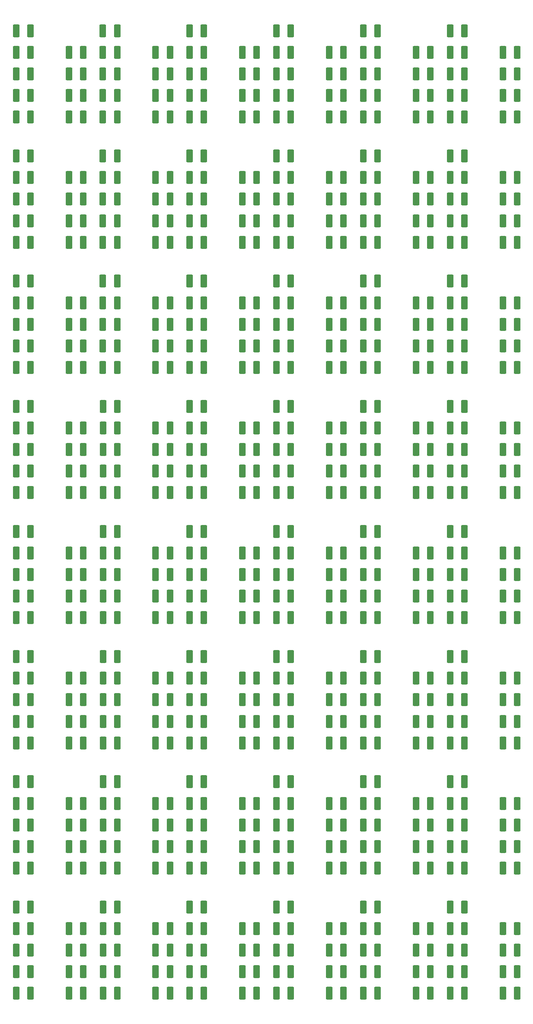
<source format=gbr>
%TF.GenerationSoftware,KiCad,Pcbnew,(7.0.0)*%
%TF.CreationDate,2023-02-27T23:00:04+05:30*%
%TF.ProjectId,9W_SYSKA,39575f53-5953-44b4-912e-6b696361645f,rev?*%
%TF.SameCoordinates,Original*%
%TF.FileFunction,Paste,Top*%
%TF.FilePolarity,Positive*%
%FSLAX46Y46*%
G04 Gerber Fmt 4.6, Leading zero omitted, Abs format (unit mm)*
G04 Created by KiCad (PCBNEW (7.0.0)) date 2023-02-27 23:00:04*
%MOMM*%
%LPD*%
G01*
G04 APERTURE LIST*
G04 Aperture macros list*
%AMRoundRect*
0 Rectangle with rounded corners*
0 $1 Rounding radius*
0 $2 $3 $4 $5 $6 $7 $8 $9 X,Y pos of 4 corners*
0 Add a 4 corners polygon primitive as box body*
4,1,4,$2,$3,$4,$5,$6,$7,$8,$9,$2,$3,0*
0 Add four circle primitives for the rounded corners*
1,1,$1+$1,$2,$3*
1,1,$1+$1,$4,$5*
1,1,$1+$1,$6,$7*
1,1,$1+$1,$8,$9*
0 Add four rect primitives between the rounded corners*
20,1,$1+$1,$2,$3,$4,$5,0*
20,1,$1+$1,$4,$5,$6,$7,0*
20,1,$1+$1,$6,$7,$8,$9,0*
20,1,$1+$1,$8,$9,$2,$3,0*%
G04 Aperture macros list end*
%ADD10RoundRect,0.250001X-0.462499X-1.074999X0.462499X-1.074999X0.462499X1.074999X-0.462499X1.074999X0*%
G04 APERTURE END LIST*
D10*
%TO.C,L9*%
X203515000Y-161000000D03*
X206490000Y-161000000D03*
%TD*%
%TO.C,L7*%
X167315000Y-222200000D03*
X170290000Y-222200000D03*
%TD*%
%TO.C,L8*%
X149215000Y-139400000D03*
X152190000Y-139400000D03*
%TD*%
%TO.C,L6*%
X167315000Y-174500000D03*
X170290000Y-174500000D03*
%TD*%
%TO.C,L3*%
X174415000Y-113300000D03*
X177390000Y-113300000D03*
%TD*%
%TO.C,L3*%
X156315000Y-217700000D03*
X159290000Y-217700000D03*
%TD*%
%TO.C,L8*%
X149215000Y-191600000D03*
X152190000Y-191600000D03*
%TD*%
%TO.C,L5*%
X174412500Y-44000000D03*
X177387500Y-44000000D03*
%TD*%
%TO.C,L8*%
X131112500Y-35000000D03*
X134087500Y-35000000D03*
%TD*%
%TO.C,L8*%
X149215000Y-165500000D03*
X152190000Y-165500000D03*
%TD*%
%TO.C,L5*%
X156315000Y-174500000D03*
X159290000Y-174500000D03*
%TD*%
%TO.C,L5*%
X192515000Y-174500000D03*
X195490000Y-174500000D03*
%TD*%
%TO.C,L6*%
X203515000Y-200600000D03*
X206490000Y-200600000D03*
%TD*%
%TO.C,L5*%
X138215000Y-200600000D03*
X141190000Y-200600000D03*
%TD*%
%TO.C,L4*%
X192512500Y-91700000D03*
X195487500Y-91700000D03*
%TD*%
%TO.C,L1*%
X174412500Y-52100000D03*
X177387500Y-52100000D03*
%TD*%
%TO.C,L7*%
X131112500Y-39500000D03*
X134087500Y-39500000D03*
%TD*%
%TO.C,L7*%
X203512500Y-91700000D03*
X206487500Y-91700000D03*
%TD*%
%TO.C,L8*%
X203512500Y-61100000D03*
X206487500Y-61100000D03*
%TD*%
%TO.C,L6*%
X131112500Y-96200000D03*
X134087500Y-96200000D03*
%TD*%
%TO.C,L9*%
X131112500Y-82700000D03*
X134087500Y-82700000D03*
%TD*%
%TO.C,L2*%
X138215000Y-134900000D03*
X141190000Y-134900000D03*
%TD*%
%TO.C,L9*%
X113012500Y-30500000D03*
X115987500Y-30500000D03*
%TD*%
%TO.C,L2*%
X138215000Y-187100000D03*
X141190000Y-187100000D03*
%TD*%
%TO.C,L7*%
X131115000Y-222200000D03*
X134090000Y-222200000D03*
%TD*%
%TO.C,L9*%
X203512500Y-30500000D03*
X206487500Y-30500000D03*
%TD*%
%TO.C,L8*%
X203515000Y-113300000D03*
X206490000Y-113300000D03*
%TD*%
%TO.C,L9*%
X149215000Y-134900000D03*
X152190000Y-134900000D03*
%TD*%
%TO.C,L1*%
X120112500Y-52100000D03*
X123087500Y-52100000D03*
%TD*%
%TO.C,L3*%
X174412500Y-35000000D03*
X177387500Y-35000000D03*
%TD*%
%TO.C,L2*%
X156315000Y-134900000D03*
X159290000Y-134900000D03*
%TD*%
%TO.C,L8*%
X113015000Y-217700000D03*
X115990000Y-217700000D03*
%TD*%
%TO.C,L2*%
X156312500Y-30500000D03*
X159287500Y-30500000D03*
%TD*%
%TO.C,L6*%
X149215000Y-200600000D03*
X152190000Y-200600000D03*
%TD*%
%TO.C,L9*%
X203515000Y-187100000D03*
X206490000Y-187100000D03*
%TD*%
%TO.C,L2*%
X156312500Y-56600000D03*
X159287500Y-56600000D03*
%TD*%
%TO.C,L9*%
X185415000Y-108800000D03*
X188390000Y-108800000D03*
%TD*%
%TO.C,L4*%
X138215000Y-117800000D03*
X141190000Y-117800000D03*
%TD*%
%TO.C,L4*%
X174415000Y-117800000D03*
X177390000Y-117800000D03*
%TD*%
%TO.C,L6*%
X185415000Y-226700000D03*
X188390000Y-226700000D03*
%TD*%
%TO.C,L9*%
X167312500Y-82700000D03*
X170287500Y-82700000D03*
%TD*%
%TO.C,L8*%
X203515000Y-165500000D03*
X206490000Y-165500000D03*
%TD*%
%TO.C,L9*%
X131115000Y-161000000D03*
X134090000Y-161000000D03*
%TD*%
%TO.C,L4*%
X156312500Y-65600000D03*
X159287500Y-65600000D03*
%TD*%
%TO.C,L6*%
X113015000Y-226700000D03*
X115990000Y-226700000D03*
%TD*%
%TO.C,L6*%
X131115000Y-226700000D03*
X134090000Y-226700000D03*
%TD*%
%TO.C,L6*%
X131115000Y-200600000D03*
X134090000Y-200600000D03*
%TD*%
%TO.C,L6*%
X131115000Y-174500000D03*
X134090000Y-174500000D03*
%TD*%
%TO.C,L2*%
X120112500Y-56600000D03*
X123087500Y-56600000D03*
%TD*%
%TO.C,L7*%
X131112500Y-91700000D03*
X134087500Y-91700000D03*
%TD*%
%TO.C,L9*%
X167315000Y-134900000D03*
X170290000Y-134900000D03*
%TD*%
%TO.C,L7*%
X149212500Y-91700000D03*
X152187500Y-91700000D03*
%TD*%
%TO.C,L5*%
X192515000Y-226700000D03*
X195490000Y-226700000D03*
%TD*%
%TO.C,L6*%
X149215000Y-122300000D03*
X152190000Y-122300000D03*
%TD*%
%TO.C,L2*%
X192515000Y-187100000D03*
X195490000Y-187100000D03*
%TD*%
%TO.C,L6*%
X185412500Y-70100000D03*
X188387500Y-70100000D03*
%TD*%
%TO.C,L2*%
X156315000Y-187100000D03*
X159290000Y-187100000D03*
%TD*%
%TO.C,L5*%
X138215000Y-226700000D03*
X141190000Y-226700000D03*
%TD*%
%TO.C,L7*%
X167312500Y-91700000D03*
X170287500Y-91700000D03*
%TD*%
%TO.C,L2*%
X102012500Y-82700000D03*
X104987500Y-82700000D03*
%TD*%
%TO.C,L5*%
X120112500Y-44000000D03*
X123087500Y-44000000D03*
%TD*%
%TO.C,L3*%
X174415000Y-191600000D03*
X177390000Y-191600000D03*
%TD*%
%TO.C,L3*%
X102015000Y-191600000D03*
X104990000Y-191600000D03*
%TD*%
%TO.C,L9*%
X185415000Y-161000000D03*
X188390000Y-161000000D03*
%TD*%
%TO.C,L4*%
X120115000Y-222200000D03*
X123090000Y-222200000D03*
%TD*%
%TO.C,L3*%
X156312500Y-35000000D03*
X159287500Y-35000000D03*
%TD*%
%TO.C,L1*%
X174412500Y-26000000D03*
X177387500Y-26000000D03*
%TD*%
%TO.C,L7*%
X149215000Y-117800000D03*
X152190000Y-117800000D03*
%TD*%
%TO.C,L3*%
X192512500Y-35000000D03*
X195487500Y-35000000D03*
%TD*%
%TO.C,L2*%
X120115000Y-213200000D03*
X123090000Y-213200000D03*
%TD*%
%TO.C,L2*%
X174415000Y-134900000D03*
X177390000Y-134900000D03*
%TD*%
%TO.C,L6*%
X131115000Y-148400000D03*
X134090000Y-148400000D03*
%TD*%
%TO.C,L3*%
X156315000Y-139400000D03*
X159290000Y-139400000D03*
%TD*%
%TO.C,L6*%
X113012500Y-96200000D03*
X115987500Y-96200000D03*
%TD*%
%TO.C,L4*%
X120112500Y-91700000D03*
X123087500Y-91700000D03*
%TD*%
%TO.C,L4*%
X120115000Y-170000000D03*
X123090000Y-170000000D03*
%TD*%
%TO.C,L2*%
X120115000Y-108800000D03*
X123090000Y-108800000D03*
%TD*%
%TO.C,L8*%
X149215000Y-217700000D03*
X152190000Y-217700000D03*
%TD*%
%TO.C,L4*%
X102012500Y-65600000D03*
X104987500Y-65600000D03*
%TD*%
%TO.C,L6*%
X149212500Y-96200000D03*
X152187500Y-96200000D03*
%TD*%
%TO.C,L8*%
X167315000Y-191600000D03*
X170290000Y-191600000D03*
%TD*%
%TO.C,L4*%
X138215000Y-170000000D03*
X141190000Y-170000000D03*
%TD*%
%TO.C,L8*%
X113015000Y-165500000D03*
X115990000Y-165500000D03*
%TD*%
%TO.C,L7*%
X203515000Y-222200000D03*
X206490000Y-222200000D03*
%TD*%
%TO.C,L5*%
X102012500Y-96200000D03*
X104987500Y-96200000D03*
%TD*%
%TO.C,L8*%
X113012500Y-87200000D03*
X115987500Y-87200000D03*
%TD*%
%TO.C,L9*%
X113015000Y-213200000D03*
X115990000Y-213200000D03*
%TD*%
%TO.C,L9*%
X113015000Y-108800000D03*
X115990000Y-108800000D03*
%TD*%
%TO.C,L5*%
X174412500Y-96200000D03*
X177387500Y-96200000D03*
%TD*%
%TO.C,L1*%
X120115000Y-208700000D03*
X123090000Y-208700000D03*
%TD*%
%TO.C,L4*%
X192515000Y-196100000D03*
X195490000Y-196100000D03*
%TD*%
%TO.C,L3*%
X102015000Y-139400000D03*
X104990000Y-139400000D03*
%TD*%
%TO.C,L1*%
X138212500Y-52100000D03*
X141187500Y-52100000D03*
%TD*%
%TO.C,L7*%
X113012500Y-91700000D03*
X115987500Y-91700000D03*
%TD*%
%TO.C,L3*%
X138215000Y-165500000D03*
X141190000Y-165500000D03*
%TD*%
%TO.C,L1*%
X156312500Y-26000000D03*
X159287500Y-26000000D03*
%TD*%
%TO.C,L6*%
X113015000Y-200600000D03*
X115990000Y-200600000D03*
%TD*%
%TO.C,L6*%
X185415000Y-148400000D03*
X188390000Y-148400000D03*
%TD*%
%TO.C,L2*%
X102015000Y-161000000D03*
X104990000Y-161000000D03*
%TD*%
%TO.C,L3*%
X156312500Y-61100000D03*
X159287500Y-61100000D03*
%TD*%
%TO.C,L1*%
X138215000Y-208700000D03*
X141190000Y-208700000D03*
%TD*%
%TO.C,L8*%
X131115000Y-217700000D03*
X134090000Y-217700000D03*
%TD*%
%TO.C,L8*%
X167312500Y-35000000D03*
X170287500Y-35000000D03*
%TD*%
%TO.C,L4*%
X156315000Y-143900000D03*
X159290000Y-143900000D03*
%TD*%
%TO.C,L1*%
X138212500Y-78200000D03*
X141187500Y-78200000D03*
%TD*%
%TO.C,L3*%
X156315000Y-191600000D03*
X159290000Y-191600000D03*
%TD*%
%TO.C,L9*%
X167315000Y-213200000D03*
X170290000Y-213200000D03*
%TD*%
%TO.C,L9*%
X185415000Y-213200000D03*
X188390000Y-213200000D03*
%TD*%
%TO.C,L8*%
X167315000Y-139400000D03*
X170290000Y-139400000D03*
%TD*%
%TO.C,L9*%
X185412500Y-56600000D03*
X188387500Y-56600000D03*
%TD*%
%TO.C,L7*%
X131112500Y-65600000D03*
X134087500Y-65600000D03*
%TD*%
%TO.C,L5*%
X120112500Y-96200000D03*
X123087500Y-96200000D03*
%TD*%
%TO.C,L3*%
X120112500Y-35000000D03*
X123087500Y-35000000D03*
%TD*%
%TO.C,L2*%
X102012500Y-56600000D03*
X104987500Y-56600000D03*
%TD*%
%TO.C,L8*%
X185412500Y-61100000D03*
X188387500Y-61100000D03*
%TD*%
%TO.C,L4*%
X102015000Y-222200000D03*
X104990000Y-222200000D03*
%TD*%
%TO.C,L1*%
X192515000Y-208700000D03*
X195490000Y-208700000D03*
%TD*%
%TO.C,L7*%
X167315000Y-196100000D03*
X170290000Y-196100000D03*
%TD*%
%TO.C,L2*%
X156315000Y-161000000D03*
X159290000Y-161000000D03*
%TD*%
%TO.C,L1*%
X102015000Y-208700000D03*
X104990000Y-208700000D03*
%TD*%
%TO.C,L3*%
X192512500Y-61100000D03*
X195487500Y-61100000D03*
%TD*%
%TO.C,L1*%
X192515000Y-156500000D03*
X195490000Y-156500000D03*
%TD*%
%TO.C,L6*%
X131112500Y-44000000D03*
X134087500Y-44000000D03*
%TD*%
%TO.C,L2*%
X192515000Y-161000000D03*
X195490000Y-161000000D03*
%TD*%
%TO.C,L8*%
X203512500Y-87200000D03*
X206487500Y-87200000D03*
%TD*%
%TO.C,L1*%
X138215000Y-104300000D03*
X141190000Y-104300000D03*
%TD*%
%TO.C,L6*%
X185412500Y-96200000D03*
X188387500Y-96200000D03*
%TD*%
%TO.C,L8*%
X131115000Y-113300000D03*
X134090000Y-113300000D03*
%TD*%
%TO.C,L4*%
X138215000Y-222200000D03*
X141190000Y-222200000D03*
%TD*%
%TO.C,L5*%
X102015000Y-200600000D03*
X104990000Y-200600000D03*
%TD*%
%TO.C,L9*%
X113015000Y-161000000D03*
X115990000Y-161000000D03*
%TD*%
%TO.C,L5*%
X174415000Y-200600000D03*
X177390000Y-200600000D03*
%TD*%
%TO.C,L2*%
X174415000Y-108800000D03*
X177390000Y-108800000D03*
%TD*%
%TO.C,L4*%
X174415000Y-196100000D03*
X177390000Y-196100000D03*
%TD*%
%TO.C,L7*%
X185415000Y-117800000D03*
X188390000Y-117800000D03*
%TD*%
%TO.C,L5*%
X156315000Y-122300000D03*
X159290000Y-122300000D03*
%TD*%
%TO.C,L3*%
X138215000Y-139400000D03*
X141190000Y-139400000D03*
%TD*%
%TO.C,L2*%
X174415000Y-161000000D03*
X177390000Y-161000000D03*
%TD*%
%TO.C,L1*%
X120115000Y-130400000D03*
X123090000Y-130400000D03*
%TD*%
%TO.C,L3*%
X138215000Y-191600000D03*
X141190000Y-191600000D03*
%TD*%
%TO.C,L9*%
X131115000Y-134900000D03*
X134090000Y-134900000D03*
%TD*%
%TO.C,L7*%
X203515000Y-143900000D03*
X206490000Y-143900000D03*
%TD*%
%TO.C,L3*%
X138212500Y-61100000D03*
X141187500Y-61100000D03*
%TD*%
%TO.C,L5*%
X174415000Y-148400000D03*
X177390000Y-148400000D03*
%TD*%
%TO.C,L3*%
X120115000Y-165500000D03*
X123090000Y-165500000D03*
%TD*%
%TO.C,L1*%
X138212500Y-26000000D03*
X141187500Y-26000000D03*
%TD*%
%TO.C,L8*%
X113012500Y-35000000D03*
X115987500Y-35000000D03*
%TD*%
%TO.C,L1*%
X120112500Y-26000000D03*
X123087500Y-26000000D03*
%TD*%
%TO.C,L5*%
X156315000Y-226700000D03*
X159290000Y-226700000D03*
%TD*%
%TO.C,L1*%
X192515000Y-182600000D03*
X195490000Y-182600000D03*
%TD*%
%TO.C,L7*%
X149215000Y-196100000D03*
X152190000Y-196100000D03*
%TD*%
%TO.C,L8*%
X203515000Y-191600000D03*
X206490000Y-191600000D03*
%TD*%
%TO.C,L6*%
X185415000Y-122300000D03*
X188390000Y-122300000D03*
%TD*%
%TO.C,L8*%
X203512500Y-35000000D03*
X206487500Y-35000000D03*
%TD*%
%TO.C,L9*%
X149212500Y-30500000D03*
X152187500Y-30500000D03*
%TD*%
%TO.C,L6*%
X185415000Y-200600000D03*
X188390000Y-200600000D03*
%TD*%
%TO.C,L6*%
X167315000Y-226700000D03*
X170290000Y-226700000D03*
%TD*%
%TO.C,L7*%
X185412500Y-91700000D03*
X188387500Y-91700000D03*
%TD*%
%TO.C,L7*%
X131115000Y-117800000D03*
X134090000Y-117800000D03*
%TD*%
%TO.C,L7*%
X203512500Y-65600000D03*
X206487500Y-65600000D03*
%TD*%
%TO.C,L9*%
X149212500Y-56600000D03*
X152187500Y-56600000D03*
%TD*%
%TO.C,L6*%
X203515000Y-148400000D03*
X206490000Y-148400000D03*
%TD*%
%TO.C,L1*%
X174412500Y-78200000D03*
X177387500Y-78200000D03*
%TD*%
%TO.C,L8*%
X149212500Y-35000000D03*
X152187500Y-35000000D03*
%TD*%
%TO.C,L5*%
X156315000Y-148400000D03*
X159290000Y-148400000D03*
%TD*%
%TO.C,L4*%
X156312500Y-39500000D03*
X159287500Y-39500000D03*
%TD*%
%TO.C,L2*%
X192515000Y-134900000D03*
X195490000Y-134900000D03*
%TD*%
%TO.C,L7*%
X167315000Y-143900000D03*
X170290000Y-143900000D03*
%TD*%
%TO.C,L1*%
X156312500Y-78200000D03*
X159287500Y-78200000D03*
%TD*%
%TO.C,L7*%
X167315000Y-117800000D03*
X170290000Y-117800000D03*
%TD*%
%TO.C,L2*%
X102015000Y-108800000D03*
X104990000Y-108800000D03*
%TD*%
%TO.C,L5*%
X156315000Y-200600000D03*
X159290000Y-200600000D03*
%TD*%
%TO.C,L6*%
X167312500Y-44000000D03*
X170287500Y-44000000D03*
%TD*%
%TO.C,L9*%
X203515000Y-108800000D03*
X206490000Y-108800000D03*
%TD*%
%TO.C,L6*%
X203515000Y-226700000D03*
X206490000Y-226700000D03*
%TD*%
%TO.C,L6*%
X167312500Y-96200000D03*
X170287500Y-96200000D03*
%TD*%
%TO.C,L2*%
X192512500Y-82700000D03*
X195487500Y-82700000D03*
%TD*%
%TO.C,L9*%
X131115000Y-187100000D03*
X134090000Y-187100000D03*
%TD*%
%TO.C,L2*%
X138215000Y-108800000D03*
X141190000Y-108800000D03*
%TD*%
%TO.C,L5*%
X102015000Y-226700000D03*
X104990000Y-226700000D03*
%TD*%
%TO.C,L5*%
X120115000Y-200600000D03*
X123090000Y-200600000D03*
%TD*%
%TO.C,L4*%
X192515000Y-222200000D03*
X195490000Y-222200000D03*
%TD*%
%TO.C,L6*%
X113012500Y-70100000D03*
X115987500Y-70100000D03*
%TD*%
%TO.C,L1*%
X192512500Y-52100000D03*
X195487500Y-52100000D03*
%TD*%
%TO.C,L8*%
X131115000Y-139400000D03*
X134090000Y-139400000D03*
%TD*%
%TO.C,L9*%
X131112500Y-56600000D03*
X134087500Y-56600000D03*
%TD*%
%TO.C,L7*%
X185415000Y-196100000D03*
X188390000Y-196100000D03*
%TD*%
%TO.C,L7*%
X149215000Y-143900000D03*
X152190000Y-143900000D03*
%TD*%
%TO.C,L5*%
X174412500Y-70100000D03*
X177387500Y-70100000D03*
%TD*%
%TO.C,L8*%
X185415000Y-191600000D03*
X188390000Y-191600000D03*
%TD*%
%TO.C,L1*%
X156315000Y-130400000D03*
X159290000Y-130400000D03*
%TD*%
%TO.C,L5*%
X102015000Y-174500000D03*
X104990000Y-174500000D03*
%TD*%
%TO.C,L1*%
X120115000Y-156500000D03*
X123090000Y-156500000D03*
%TD*%
%TO.C,L7*%
X203512500Y-39500000D03*
X206487500Y-39500000D03*
%TD*%
%TO.C,L4*%
X102015000Y-196100000D03*
X104990000Y-196100000D03*
%TD*%
%TO.C,L4*%
X138212500Y-91700000D03*
X141187500Y-91700000D03*
%TD*%
%TO.C,L5*%
X192515000Y-148400000D03*
X195490000Y-148400000D03*
%TD*%
%TO.C,L3*%
X174415000Y-217700000D03*
X177390000Y-217700000D03*
%TD*%
%TO.C,L7*%
X185412500Y-65600000D03*
X188387500Y-65600000D03*
%TD*%
%TO.C,L3*%
X120115000Y-191600000D03*
X123090000Y-191600000D03*
%TD*%
%TO.C,L5*%
X192515000Y-122300000D03*
X195490000Y-122300000D03*
%TD*%
%TO.C,L6*%
X203515000Y-122300000D03*
X206490000Y-122300000D03*
%TD*%
%TO.C,L8*%
X167315000Y-217700000D03*
X170290000Y-217700000D03*
%TD*%
%TO.C,L8*%
X113012500Y-61100000D03*
X115987500Y-61100000D03*
%TD*%
%TO.C,L5*%
X156312500Y-70100000D03*
X159287500Y-70100000D03*
%TD*%
%TO.C,L2*%
X174415000Y-187100000D03*
X177390000Y-187100000D03*
%TD*%
%TO.C,L4*%
X138212500Y-65600000D03*
X141187500Y-65600000D03*
%TD*%
%TO.C,L7*%
X113012500Y-65600000D03*
X115987500Y-65600000D03*
%TD*%
%TO.C,L7*%
X131115000Y-143900000D03*
X134090000Y-143900000D03*
%TD*%
%TO.C,L2*%
X120115000Y-161000000D03*
X123090000Y-161000000D03*
%TD*%
%TO.C,L8*%
X185412500Y-35000000D03*
X188387500Y-35000000D03*
%TD*%
%TO.C,L8*%
X185415000Y-217700000D03*
X188390000Y-217700000D03*
%TD*%
%TO.C,L1*%
X174415000Y-130400000D03*
X177390000Y-130400000D03*
%TD*%
%TO.C,L6*%
X185412500Y-44000000D03*
X188387500Y-44000000D03*
%TD*%
%TO.C,L3*%
X192515000Y-191600000D03*
X195490000Y-191600000D03*
%TD*%
%TO.C,L5*%
X120112500Y-70100000D03*
X123087500Y-70100000D03*
%TD*%
%TO.C,L6*%
X167315000Y-148400000D03*
X170290000Y-148400000D03*
%TD*%
%TO.C,L1*%
X192515000Y-130400000D03*
X195490000Y-130400000D03*
%TD*%
%TO.C,L1*%
X174415000Y-208700000D03*
X177390000Y-208700000D03*
%TD*%
%TO.C,L6*%
X167315000Y-122300000D03*
X170290000Y-122300000D03*
%TD*%
%TO.C,L3*%
X192515000Y-217700000D03*
X195490000Y-217700000D03*
%TD*%
%TO.C,L2*%
X192515000Y-108800000D03*
X195490000Y-108800000D03*
%TD*%
%TO.C,L8*%
X113015000Y-139400000D03*
X115990000Y-139400000D03*
%TD*%
%TO.C,L5*%
X174415000Y-122300000D03*
X177390000Y-122300000D03*
%TD*%
%TO.C,L3*%
X138215000Y-113300000D03*
X141190000Y-113300000D03*
%TD*%
%TO.C,L4*%
X102015000Y-143900000D03*
X104990000Y-143900000D03*
%TD*%
%TO.C,L1*%
X138215000Y-156500000D03*
X141190000Y-156500000D03*
%TD*%
%TO.C,L7*%
X203515000Y-117800000D03*
X206490000Y-117800000D03*
%TD*%
%TO.C,L7*%
X185415000Y-170000000D03*
X188390000Y-170000000D03*
%TD*%
%TO.C,L2*%
X120112500Y-30500000D03*
X123087500Y-30500000D03*
%TD*%
%TO.C,L8*%
X167312500Y-61100000D03*
X170287500Y-61100000D03*
%TD*%
%TO.C,L7*%
X149212500Y-65600000D03*
X152187500Y-65600000D03*
%TD*%
%TO.C,L2*%
X174415000Y-213200000D03*
X177390000Y-213200000D03*
%TD*%
%TO.C,L4*%
X174412500Y-39500000D03*
X177387500Y-39500000D03*
%TD*%
%TO.C,L9*%
X167315000Y-187100000D03*
X170290000Y-187100000D03*
%TD*%
%TO.C,L3*%
X174415000Y-139400000D03*
X177390000Y-139400000D03*
%TD*%
%TO.C,L3*%
X138212500Y-35000000D03*
X141187500Y-35000000D03*
%TD*%
%TO.C,L8*%
X203515000Y-217700000D03*
X206490000Y-217700000D03*
%TD*%
%TO.C,L5*%
X192512500Y-70100000D03*
X195487500Y-70100000D03*
%TD*%
%TO.C,L9*%
X131115000Y-213200000D03*
X134090000Y-213200000D03*
%TD*%
%TO.C,L9*%
X131112500Y-30500000D03*
X134087500Y-30500000D03*
%TD*%
%TO.C,L9*%
X185412500Y-82700000D03*
X188387500Y-82700000D03*
%TD*%
%TO.C,L2*%
X138212500Y-56600000D03*
X141187500Y-56600000D03*
%TD*%
%TO.C,L2*%
X102015000Y-134900000D03*
X104990000Y-134900000D03*
%TD*%
%TO.C,L7*%
X167315000Y-170000000D03*
X170290000Y-170000000D03*
%TD*%
%TO.C,L5*%
X138212500Y-70100000D03*
X141187500Y-70100000D03*
%TD*%
%TO.C,L3*%
X138215000Y-217700000D03*
X141190000Y-217700000D03*
%TD*%
%TO.C,L4*%
X156315000Y-117800000D03*
X159290000Y-117800000D03*
%TD*%
%TO.C,L6*%
X149215000Y-148400000D03*
X152190000Y-148400000D03*
%TD*%
%TO.C,L3*%
X156315000Y-165500000D03*
X159290000Y-165500000D03*
%TD*%
%TO.C,L2*%
X138215000Y-161000000D03*
X141190000Y-161000000D03*
%TD*%
%TO.C,L6*%
X131112500Y-70100000D03*
X134087500Y-70100000D03*
%TD*%
%TO.C,L6*%
X167312500Y-70100000D03*
X170287500Y-70100000D03*
%TD*%
%TO.C,L4*%
X174415000Y-222200000D03*
X177390000Y-222200000D03*
%TD*%
%TO.C,L9*%
X131115000Y-108800000D03*
X134090000Y-108800000D03*
%TD*%
%TO.C,L1*%
X102012500Y-78200000D03*
X104987500Y-78200000D03*
%TD*%
%TO.C,L4*%
X120112500Y-65600000D03*
X123087500Y-65600000D03*
%TD*%
%TO.C,L6*%
X203512500Y-44000000D03*
X206487500Y-44000000D03*
%TD*%
%TO.C,L3*%
X174412500Y-61100000D03*
X177387500Y-61100000D03*
%TD*%
%TO.C,L5*%
X102012500Y-44000000D03*
X104987500Y-44000000D03*
%TD*%
%TO.C,L4*%
X174412500Y-91700000D03*
X177387500Y-91700000D03*
%TD*%
%TO.C,L4*%
X102015000Y-170000000D03*
X104990000Y-170000000D03*
%TD*%
%TO.C,L4*%
X192512500Y-65600000D03*
X195487500Y-65600000D03*
%TD*%
%TO.C,L4*%
X192512500Y-39500000D03*
X195487500Y-39500000D03*
%TD*%
%TO.C,L4*%
X102012500Y-39500000D03*
X104987500Y-39500000D03*
%TD*%
%TO.C,L1*%
X120115000Y-104300000D03*
X123090000Y-104300000D03*
%TD*%
%TO.C,L5*%
X156312500Y-44000000D03*
X159287500Y-44000000D03*
%TD*%
%TO.C,L4*%
X156315000Y-196100000D03*
X159290000Y-196100000D03*
%TD*%
%TO.C,L2*%
X174412500Y-30500000D03*
X177387500Y-30500000D03*
%TD*%
%TO.C,L5*%
X138215000Y-148400000D03*
X141190000Y-148400000D03*
%TD*%
%TO.C,L5*%
X120115000Y-226700000D03*
X123090000Y-226700000D03*
%TD*%
%TO.C,L6*%
X203515000Y-174500000D03*
X206490000Y-174500000D03*
%TD*%
%TO.C,L8*%
X185415000Y-139400000D03*
X188390000Y-139400000D03*
%TD*%
%TO.C,L4*%
X174415000Y-143900000D03*
X177390000Y-143900000D03*
%TD*%
%TO.C,L1*%
X192512500Y-78200000D03*
X195487500Y-78200000D03*
%TD*%
%TO.C,L7*%
X149215000Y-222200000D03*
X152190000Y-222200000D03*
%TD*%
%TO.C,L3*%
X102015000Y-217700000D03*
X104990000Y-217700000D03*
%TD*%
%TO.C,L6*%
X203512500Y-70100000D03*
X206487500Y-70100000D03*
%TD*%
%TO.C,L3*%
X192515000Y-113300000D03*
X195490000Y-113300000D03*
%TD*%
%TO.C,L5*%
X120115000Y-174500000D03*
X123090000Y-174500000D03*
%TD*%
%TO.C,L1*%
X138215000Y-182600000D03*
X141190000Y-182600000D03*
%TD*%
%TO.C,L9*%
X113012500Y-56600000D03*
X115987500Y-56600000D03*
%TD*%
%TO.C,L4*%
X156315000Y-170000000D03*
X159290000Y-170000000D03*
%TD*%
%TO.C,L1*%
X156315000Y-208700000D03*
X159290000Y-208700000D03*
%TD*%
%TO.C,L2*%
X138212500Y-82700000D03*
X141187500Y-82700000D03*
%TD*%
%TO.C,L4*%
X120115000Y-196100000D03*
X123090000Y-196100000D03*
%TD*%
%TO.C,L6*%
X131115000Y-122300000D03*
X134090000Y-122300000D03*
%TD*%
%TO.C,L1*%
X174415000Y-156500000D03*
X177390000Y-156500000D03*
%TD*%
%TO.C,L4*%
X174412500Y-65600000D03*
X177387500Y-65600000D03*
%TD*%
%TO.C,L7*%
X149212500Y-39500000D03*
X152187500Y-39500000D03*
%TD*%
%TO.C,L3*%
X102012500Y-87200000D03*
X104987500Y-87200000D03*
%TD*%
%TO.C,L8*%
X203515000Y-139400000D03*
X206490000Y-139400000D03*
%TD*%
%TO.C,L3*%
X120115000Y-113300000D03*
X123090000Y-113300000D03*
%TD*%
%TO.C,L4*%
X102012500Y-91700000D03*
X104987500Y-91700000D03*
%TD*%
%TO.C,L4*%
X120115000Y-143900000D03*
X123090000Y-143900000D03*
%TD*%
%TO.C,L3*%
X102015000Y-113300000D03*
X104990000Y-113300000D03*
%TD*%
%TO.C,L2*%
X102015000Y-213200000D03*
X104990000Y-213200000D03*
%TD*%
%TO.C,L2*%
X174412500Y-56600000D03*
X177387500Y-56600000D03*
%TD*%
%TO.C,L8*%
X167315000Y-113300000D03*
X170290000Y-113300000D03*
%TD*%
%TO.C,L7*%
X149215000Y-170000000D03*
X152190000Y-170000000D03*
%TD*%
%TO.C,L1*%
X156312500Y-52100000D03*
X159287500Y-52100000D03*
%TD*%
%TO.C,L3*%
X120115000Y-217700000D03*
X123090000Y-217700000D03*
%TD*%
%TO.C,L1*%
X102012500Y-26000000D03*
X104987500Y-26000000D03*
%TD*%
%TO.C,L4*%
X138215000Y-143900000D03*
X141190000Y-143900000D03*
%TD*%
%TO.C,L7*%
X113012500Y-39500000D03*
X115987500Y-39500000D03*
%TD*%
%TO.C,L7*%
X113015000Y-117800000D03*
X115990000Y-117800000D03*
%TD*%
%TO.C,L9*%
X149212500Y-82700000D03*
X152187500Y-82700000D03*
%TD*%
%TO.C,L5*%
X192515000Y-200600000D03*
X195490000Y-200600000D03*
%TD*%
%TO.C,L8*%
X149215000Y-113300000D03*
X152190000Y-113300000D03*
%TD*%
%TO.C,L3*%
X120112500Y-87200000D03*
X123087500Y-87200000D03*
%TD*%
%TO.C,L7*%
X203515000Y-196100000D03*
X206490000Y-196100000D03*
%TD*%
%TO.C,L3*%
X120112500Y-61100000D03*
X123087500Y-61100000D03*
%TD*%
%TO.C,L9*%
X113015000Y-134900000D03*
X115990000Y-134900000D03*
%TD*%
%TO.C,L7*%
X131115000Y-170000000D03*
X134090000Y-170000000D03*
%TD*%
%TO.C,L6*%
X113015000Y-174500000D03*
X115990000Y-174500000D03*
%TD*%
%TO.C,L5*%
X138212500Y-44000000D03*
X141187500Y-44000000D03*
%TD*%
%TO.C,L1*%
X102015000Y-104300000D03*
X104990000Y-104300000D03*
%TD*%
%TO.C,L6*%
X185415000Y-174500000D03*
X188390000Y-174500000D03*
%TD*%
%TO.C,L3*%
X156315000Y-113300000D03*
X159290000Y-113300000D03*
%TD*%
%TO.C,L4*%
X192515000Y-117800000D03*
X195490000Y-117800000D03*
%TD*%
%TO.C,L3*%
X192515000Y-165500000D03*
X195490000Y-165500000D03*
%TD*%
%TO.C,L6*%
X149212500Y-44000000D03*
X152187500Y-44000000D03*
%TD*%
%TO.C,L3*%
X192515000Y-139400000D03*
X195490000Y-139400000D03*
%TD*%
%TO.C,L9*%
X167312500Y-56600000D03*
X170287500Y-56600000D03*
%TD*%
%TO.C,L2*%
X192512500Y-56600000D03*
X195487500Y-56600000D03*
%TD*%
%TO.C,L2*%
X156315000Y-108800000D03*
X159290000Y-108800000D03*
%TD*%
%TO.C,L8*%
X167315000Y-165500000D03*
X170290000Y-165500000D03*
%TD*%
%TO.C,L8*%
X113015000Y-191600000D03*
X115990000Y-191600000D03*
%TD*%
%TO.C,L9*%
X167312500Y-30500000D03*
X170287500Y-30500000D03*
%TD*%
%TO.C,L5*%
X192512500Y-96200000D03*
X195487500Y-96200000D03*
%TD*%
%TO.C,L8*%
X131112500Y-61100000D03*
X134087500Y-61100000D03*
%TD*%
%TO.C,L9*%
X113015000Y-187100000D03*
X115990000Y-187100000D03*
%TD*%
%TO.C,L1*%
X102015000Y-156500000D03*
X104990000Y-156500000D03*
%TD*%
%TO.C,L1*%
X120112500Y-78200000D03*
X123087500Y-78200000D03*
%TD*%
%TO.C,L9*%
X149215000Y-108800000D03*
X152190000Y-108800000D03*
%TD*%
%TO.C,L4*%
X102015000Y-117800000D03*
X104990000Y-117800000D03*
%TD*%
%TO.C,L7*%
X113015000Y-143900000D03*
X115990000Y-143900000D03*
%TD*%
%TO.C,L8*%
X131115000Y-165500000D03*
X134090000Y-165500000D03*
%TD*%
%TO.C,L4*%
X120112500Y-39500000D03*
X123087500Y-39500000D03*
%TD*%
%TO.C,L9*%
X203515000Y-213200000D03*
X206490000Y-213200000D03*
%TD*%
%TO.C,L1*%
X174415000Y-182600000D03*
X177390000Y-182600000D03*
%TD*%
%TO.C,L4*%
X192515000Y-143900000D03*
X195490000Y-143900000D03*
%TD*%
%TO.C,L2*%
X156315000Y-213200000D03*
X159290000Y-213200000D03*
%TD*%
%TO.C,L1*%
X192512500Y-26000000D03*
X195487500Y-26000000D03*
%TD*%
%TO.C,L6*%
X113015000Y-148400000D03*
X115990000Y-148400000D03*
%TD*%
%TO.C,L4*%
X174415000Y-170000000D03*
X177390000Y-170000000D03*
%TD*%
%TO.C,L5*%
X174415000Y-226700000D03*
X177390000Y-226700000D03*
%TD*%
%TO.C,L3*%
X174415000Y-165500000D03*
X177390000Y-165500000D03*
%TD*%
%TO.C,L9*%
X203512500Y-82700000D03*
X206487500Y-82700000D03*
%TD*%
%TO.C,L4*%
X138215000Y-196100000D03*
X141190000Y-196100000D03*
%TD*%
%TO.C,L8*%
X185415000Y-165500000D03*
X188390000Y-165500000D03*
%TD*%
%TO.C,L9*%
X185412500Y-30500000D03*
X188387500Y-30500000D03*
%TD*%
%TO.C,L8*%
X185415000Y-113300000D03*
X188390000Y-113300000D03*
%TD*%
%TO.C,L1*%
X156315000Y-156500000D03*
X159290000Y-156500000D03*
%TD*%
%TO.C,L7*%
X131115000Y-196100000D03*
X134090000Y-196100000D03*
%TD*%
%TO.C,L4*%
X138212500Y-39500000D03*
X141187500Y-39500000D03*
%TD*%
%TO.C,L4*%
X156315000Y-222200000D03*
X159290000Y-222200000D03*
%TD*%
%TO.C,L1*%
X156315000Y-104300000D03*
X159290000Y-104300000D03*
%TD*%
%TO.C,L8*%
X131115000Y-191600000D03*
X134090000Y-191600000D03*
%TD*%
%TO.C,L1*%
X138215000Y-130400000D03*
X141190000Y-130400000D03*
%TD*%
%TO.C,L1*%
X102015000Y-182600000D03*
X104990000Y-182600000D03*
%TD*%
%TO.C,L3*%
X192512500Y-87200000D03*
X195487500Y-87200000D03*
%TD*%
%TO.C,L5*%
X138215000Y-122300000D03*
X141190000Y-122300000D03*
%TD*%
%TO.C,L2*%
X120112500Y-82700000D03*
X123087500Y-82700000D03*
%TD*%
%TO.C,L1*%
X102015000Y-130400000D03*
X104990000Y-130400000D03*
%TD*%
%TO.C,L5*%
X102015000Y-122300000D03*
X104990000Y-122300000D03*
%TD*%
%TO.C,L7*%
X185415000Y-143900000D03*
X188390000Y-143900000D03*
%TD*%
%TO.C,L6*%
X203512500Y-96200000D03*
X206487500Y-96200000D03*
%TD*%
%TO.C,L9*%
X203512500Y-56600000D03*
X206487500Y-56600000D03*
%TD*%
%TO.C,L6*%
X149215000Y-226700000D03*
X152190000Y-226700000D03*
%TD*%
%TO.C,L3*%
X102015000Y-165500000D03*
X104990000Y-165500000D03*
%TD*%
%TO.C,L7*%
X113015000Y-170000000D03*
X115990000Y-170000000D03*
%TD*%
%TO.C,L3*%
X156312500Y-87200000D03*
X159287500Y-87200000D03*
%TD*%
%TO.C,L9*%
X167315000Y-108800000D03*
X170290000Y-108800000D03*
%TD*%
%TO.C,L6*%
X113015000Y-122300000D03*
X115990000Y-122300000D03*
%TD*%
%TO.C,L2*%
X102012500Y-30500000D03*
X104987500Y-30500000D03*
%TD*%
%TO.C,L7*%
X185412500Y-39500000D03*
X188387500Y-39500000D03*
%TD*%
%TO.C,L5*%
X156312500Y-96200000D03*
X159287500Y-96200000D03*
%TD*%
%TO.C,L4*%
X120115000Y-117800000D03*
X123090000Y-117800000D03*
%TD*%
%TO.C,L3*%
X102012500Y-61100000D03*
X104987500Y-61100000D03*
%TD*%
%TO.C,L9*%
X167315000Y-161000000D03*
X170290000Y-161000000D03*
%TD*%
%TO.C,L8*%
X131112500Y-87200000D03*
X134087500Y-87200000D03*
%TD*%
%TO.C,L8*%
X149212500Y-61100000D03*
X152187500Y-61100000D03*
%TD*%
%TO.C,L8*%
X185412500Y-87200000D03*
X188387500Y-87200000D03*
%TD*%
%TO.C,L9*%
X185415000Y-134900000D03*
X188390000Y-134900000D03*
%TD*%
%TO.C,L6*%
X113012500Y-44000000D03*
X115987500Y-44000000D03*
%TD*%
%TO.C,L8*%
X113015000Y-113300000D03*
X115990000Y-113300000D03*
%TD*%
%TO.C,L1*%
X174415000Y-104300000D03*
X177390000Y-104300000D03*
%TD*%
%TO.C,L5*%
X102012500Y-70100000D03*
X104987500Y-70100000D03*
%TD*%
%TO.C,L9*%
X149215000Y-161000000D03*
X152190000Y-161000000D03*
%TD*%
%TO.C,L9*%
X185415000Y-187100000D03*
X188390000Y-187100000D03*
%TD*%
%TO.C,L7*%
X203515000Y-170000000D03*
X206490000Y-170000000D03*
%TD*%
%TO.C,L7*%
X113015000Y-222200000D03*
X115990000Y-222200000D03*
%TD*%
%TO.C,L4*%
X156312500Y-91700000D03*
X159287500Y-91700000D03*
%TD*%
%TO.C,L5*%
X192512500Y-44000000D03*
X195487500Y-44000000D03*
%TD*%
%TO.C,L9*%
X149215000Y-187100000D03*
X152190000Y-187100000D03*
%TD*%
%TO.C,L6*%
X167315000Y-200600000D03*
X170290000Y-200600000D03*
%TD*%
%TO.C,L3*%
X138212500Y-87200000D03*
X141187500Y-87200000D03*
%TD*%
%TO.C,L2*%
X138215000Y-213200000D03*
X141190000Y-213200000D03*
%TD*%
%TO.C,L4*%
X192515000Y-170000000D03*
X195490000Y-170000000D03*
%TD*%
%TO.C,L1*%
X192515000Y-104300000D03*
X195490000Y-104300000D03*
%TD*%
%TO.C,L8*%
X149212500Y-87200000D03*
X152187500Y-87200000D03*
%TD*%
%TO.C,L7*%
X167312500Y-39500000D03*
X170287500Y-39500000D03*
%TD*%
%TO.C,L2*%
X120115000Y-134900000D03*
X123090000Y-134900000D03*
%TD*%
%TO.C,L9*%
X149215000Y-213200000D03*
X152190000Y-213200000D03*
%TD*%
%TO.C,L7*%
X113015000Y-196100000D03*
X115990000Y-196100000D03*
%TD*%
%TO.C,L1*%
X120115000Y-182600000D03*
X123090000Y-182600000D03*
%TD*%
%TO.C,L2*%
X102015000Y-187100000D03*
X104990000Y-187100000D03*
%TD*%
%TO.C,L9*%
X203515000Y-134900000D03*
X206490000Y-134900000D03*
%TD*%
%TO.C,L9*%
X113012500Y-82700000D03*
X115987500Y-82700000D03*
%TD*%
%TO.C,L1*%
X156315000Y-182600000D03*
X159290000Y-182600000D03*
%TD*%
%TO.C,L5*%
X138215000Y-174500000D03*
X141190000Y-174500000D03*
%TD*%
%TO.C,L6*%
X149212500Y-70100000D03*
X152187500Y-70100000D03*
%TD*%
%TO.C,L3*%
X174412500Y-87200000D03*
X177387500Y-87200000D03*
%TD*%
%TO.C,L2*%
X120115000Y-187100000D03*
X123090000Y-187100000D03*
%TD*%
%TO.C,L2*%
X138212500Y-30500000D03*
X141187500Y-30500000D03*
%TD*%
%TO.C,L2*%
X174412500Y-82700000D03*
X177387500Y-82700000D03*
%TD*%
%TO.C,L6*%
X149215000Y-174500000D03*
X152190000Y-174500000D03*
%TD*%
%TO.C,L2*%
X192515000Y-213200000D03*
X195490000Y-213200000D03*
%TD*%
%TO.C,L7*%
X167312500Y-65600000D03*
X170287500Y-65600000D03*
%TD*%
%TO.C,L5*%
X174415000Y-174500000D03*
X177390000Y-174500000D03*
%TD*%
%TO.C,L5*%
X120115000Y-148400000D03*
X123090000Y-148400000D03*
%TD*%
%TO.C,L2*%
X192512500Y-30500000D03*
X195487500Y-30500000D03*
%TD*%
%TO.C,L5*%
X138212500Y-96200000D03*
X141187500Y-96200000D03*
%TD*%
%TO.C,L2*%
X156312500Y-82700000D03*
X159287500Y-82700000D03*
%TD*%
%TO.C,L5*%
X120115000Y-122300000D03*
X123090000Y-122300000D03*
%TD*%
%TO.C,L8*%
X167312500Y-87200000D03*
X170287500Y-87200000D03*
%TD*%
%TO.C,L1*%
X102012500Y-52100000D03*
X104987500Y-52100000D03*
%TD*%
%TO.C,L5*%
X102015000Y-148400000D03*
X104990000Y-148400000D03*
%TD*%
%TO.C,L3*%
X120115000Y-139400000D03*
X123090000Y-139400000D03*
%TD*%
%TO.C,L7*%
X185415000Y-222200000D03*
X188390000Y-222200000D03*
%TD*%
%TO.C,L3*%
X102012500Y-35000000D03*
X104987500Y-35000000D03*
%TD*%
M02*

</source>
